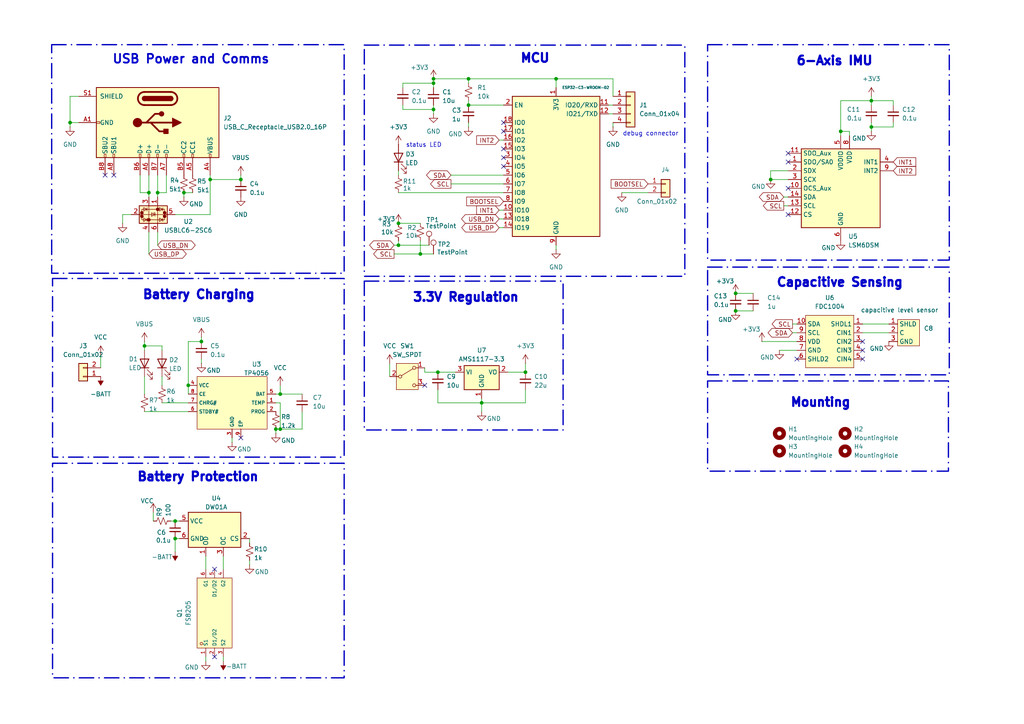
<source format=kicad_sch>
(kicad_sch (version 20231120) (generator "eeschema") (generator_version "8.0")
  (paper "A4")
  (title_block (title "Drink More Water") (date "2025-05-16") (rev "V0.1.0") (comment 1 "me to drink more water") (comment 2 "A capacitive sensor that can be affixed to a drinking glass to report to an app to remind"))
  (lib_symbols
    (symbol "Battery_Management:DW01A"
      (property "Reference" "U" (at -6.604 6.35 0))
      (property "Value" "DW01A" (at 4.318 6.604 0))
      (symbol "DW01A_0_1"
        (pin output line (at -2.54 -7.62 90) (length 2.54) (name "OD") (number "1"))
        (pin input line (at 10.16 -2.54 180) (length 2.54) (name "CS") (number "2"))
        (pin output line (at 2.54 -7.62 90) (length 2.54) (name "OC") (number "3"))
        (pin power_in line (at -10.16 2.54 0) (length 2.54) (name "VCC") (number "5"))
        (pin power_in line (at -10.16 -2.54 0) (length 2.54) (name "GND") (number "6"))
      )
      (symbol "DW01A_1_1"
        (pin no_connect line (at 10.16 2.54 180) (length 2.54) hide (name "TD") (number "4"))
      )
    )
    (symbol "Connector:TestPoint" (pin_numbers hide) (pin_names (offset 0.762) hide)
      (property "Reference" "TP" (at 0 6.858 0))
      (property "Value" "TestPoint" (at 0 5.08 0))
      (symbol "TestPoint_1_1"
        (pin passive line (at 0 0 90) (length 2.54) (name "1") (number "1"))
      )
    )
    (symbol "Connector:USB_C_Receptacle_USB2.0_16P" (pin_names (offset 1.016))
      (property "Reference" "J" (at 0 22.225 0))
      (property "Value" "USB_C_Receptacle_USB2.0_16P" (at 0 19.685 0))
      (symbol "USB_C_Receptacle_USB2.0_16P_1_1"
        (pin passive line (at 0 -22.86 90) (length 5.08) (name "GND") (number "A1"))
        (pin passive line (at 0 -22.86 90) (length 5.08) hide (name "GND") (number "A12"))
        (pin passive line (at 15.24 15.24 180) (length 5.08) (name "VBUS") (number "A4"))
        (pin bidirectional line (at 15.24 10.16 180) (length 5.08) (name "CC1") (number "A5"))
        (pin bidirectional line (at 15.24 -2.54 180) (length 5.08) (name "D+") (number "A6"))
        (pin bidirectional line (at 15.24 2.54 180) (length 5.08) (name "D-") (number "A7"))
        (pin bidirectional line (at 15.24 -12.7 180) (length 5.08) (name "SBU1") (number "A8"))
        (pin passive line (at 15.24 15.24 180) (length 5.08) hide (name "VBUS") (number "A9"))
        (pin passive line (at 0 -22.86 90) (length 5.08) hide (name "GND") (number "B1"))
        (pin passive line (at 0 -22.86 90) (length 5.08) hide (name "GND") (number "B12"))
        (pin passive line (at 15.24 15.24 180) (length 5.08) hide (name "VBUS") (number "B4"))
        (pin bidirectional line (at 15.24 7.62 180) (length 5.08) (name "CC2") (number "B5"))
        (pin bidirectional line (at 15.24 -5.08 180) (length 5.08) (name "D+") (number "B6"))
        (pin bidirectional line (at 15.24 0 180) (length 5.08) (name "D-") (number "B7"))
        (pin bidirectional line (at 15.24 -15.24 180) (length 5.08) (name "SBU2") (number "B8"))
        (pin passive line (at 15.24 15.24 180) (length 5.08) hide (name "VBUS") (number "B9"))
        (pin passive line (at -7.62 -22.86 90) (length 5.08) (name "SHIELD") (number "S1"))
      )
    )
    (symbol "Connector_Generic:Conn_01x02" (pin_names (offset 1.016) hide)
      (property "Reference" "J" (at 0 2.54 0))
      (property "Value" "Conn_01x02" (at 0 -5.08 0))
      (symbol "Conn_01x02_1_1"
        (pin passive line (at -5.08 0 0) (length 3.81) (name "Pin_1") (number "1"))
        (pin passive line (at -5.08 -2.54 0) (length 3.81) (name "Pin_2") (number "2"))
      )
    )
    (symbol "Connector_Generic:Conn_01x04" (pin_names (offset 1.016) hide)
      (property "Reference" "J" (at 0 5.08 0))
      (property "Value" "Conn_01x04" (at 0 -7.62 0))
      (symbol "Conn_01x04_1_1"
        (pin passive line (at -5.08 2.54 0) (length 3.81) (name "Pin_1") (number "1"))
        (pin passive line (at -5.08 0 0) (length 3.81) (name "Pin_2") (number "2"))
        (pin passive line (at -5.08 -2.54 0) (length 3.81) (name "Pin_3") (number "3"))
        (pin passive line (at -5.08 -5.08 0) (length 3.81) (name "Pin_4") (number "4"))
      )
    )
    (symbol "Device:C_Small" (pin_numbers hide) (pin_names (offset 0.254) hide)
      (property "Reference" "C" (at 0.254 1.778 0))
      (property "Value" "C_Small" (at 0.254 -2.032 0))
      (symbol "C_Small_1_1"
        (pin passive line (at 0 2.54 270) (length 2.032) (name "~") (number "1"))
        (pin passive line (at 0 -2.54 90) (length 2.032) (name "~") (number "2"))
      )
    )
    (symbol "Device:LED" (pin_numbers hide) (pin_names (offset 1.016) hide)
      (property "Reference" "D" (at 0 2.54 0))
      (property "Value" "LED" (at 0 -2.54 0))
      (symbol "LED_1_1"
        (pin passive line (at -3.81 0 0) (length 2.54) (name "K") (number "1"))
        (pin passive line (at 3.81 0 180) (length 2.54) (name "A") (number "2"))
      )
    )
    (symbol "Device:R_Small_US" (pin_numbers hide) (pin_names (offset 0.254) hide)
      (property "Reference" "R" (at 0.762 0.508 0))
      (property "Value" "R_Small_US" (at 0.762 -1.016 0))
      (symbol "R_Small_US_1_1"
        (pin passive line (at 0 2.54 270) (length 1.016) (name "~") (number "1"))
        (pin passive line (at 0 -2.54 90) (length 1.016) (name "~") (number "2"))
      )
    )
    (symbol "JLCPCB-Power:Battery, Li-Ion, 1.0A, TP4056"
      (property "Reference" "U" (at 0 1.27 0))
      (property "Value" "TP4056" (at 0 -2.54 0))
      (symbol "Battery, Li-Ion, 1.0A, TP4056_1_1"
        (pin unspecified line (at 12.7 0 180) (length 2.56) (name "TEMP") (number "1"))
        (pin unspecified line (at 12.7 -2.54 180) (length 2.56) (name "PROG") (number "2"))
        (pin unspecified line (at 0 -10.16 90) (length 2.56) (name "GND") (number "3"))
        (pin unspecified line (at -12.7 5.08 0) (length 2.56) (name "VCC") (number "4"))
        (pin unspecified line (at 12.7 2.54 180) (length 2.56) (name "BAT") (number "5"))
        (pin unspecified line (at -12.7 -2.54 0) (length 2.56) (name "STDBY#") (number "6"))
        (pin unspecified line (at -12.7 0 0) (length 2.56) (name "CHRG#") (number "7"))
        (pin unspecified line (at -12.7 2.54 0) (length 2.56) (name "CE") (number "8"))
        (pin unspecified line (at 2.54 -10.16 90) (length 2.56) (name "EP") (number "9"))
      )
    )
    (symbol "JLCPCB-Transistor-Packages:NMOS, 2 Channel, HJ8205"
      (property "Reference" "Q" (at 0 1.27 0))
      (property "Value" "HJ8205" (at 0 -2.54 0))
      (symbol "NMOS, 2 Channel, HJ8205_0_1"
        (pin unspecified line (at -12.7 2.54 0) (length 2.54) (name "S1") (number "1"))
        (pin unspecified line (at -12.7 0 0) (length 2.54) (name "D1/D2") (number "2"))
        (pin unspecified line (at -12.7 -2.54 0) (length 2.54) (name "S2") (number "3"))
        (pin unspecified line (at 12.7 -2.54 180) (length 2.54) (name "G2") (number "4"))
        (pin unspecified line (at 12.7 0 180) (length 2.54) (name "D1/D2") (number "5"))
        (pin unspecified line (at 12.7 2.54 180) (length 2.54) (name "G1") (number "6"))
      )
    )
    (symbol "Mechanical:MountingHole" (pin_names (offset 1.016)) (exclude_from_sim yes) (in_bom no)
      (property "Reference" "H" (at 0 5.08 0))
      (property "Value" "MountingHole" (at 0 3.175 0))
    )
    (symbol "Power_Protection:USBLC6-2SC6" (pin_names hide)
      (property "Reference" "U" (at 0.635 5.715 0))
      (property "Value" "USBLC6-2SC6" (at 0.635 3.81 0))
      (symbol "USBLC6-2SC6_1_1"
        (pin passive line (at -5.08 0 0) (length 2.54) (name "I/O1") (number "1"))
        (pin passive line (at 0 -7.62 90) (length 2.54) (name "GND") (number "2"))
        (pin passive line (at -5.08 -2.54 0) (length 2.54) (name "I/O2") (number "3"))
        (pin passive line (at 5.08 -2.54 180) (length 2.54) (name "I/O2") (number "4"))
        (pin passive line (at 0 5.08 270) (length 2.54) (name "VBUS") (number "5"))
        (pin passive line (at 5.08 0 180) (length 2.54) (name "I/O1") (number "6"))
      )
    )
    (symbol "RF_Module:ESP32-C3-WROOM-02"
      (property "Reference" "U" (at -12.192 21.336 0))
      (property "Value" "ESP32-C3-WROOM-02" (at 12.192 21.336 0))
      (symbol "ESP32-C3-WROOM-02_1_1"
        (pin power_in line (at 0 22.86 270) (length 2.54) (name "3V3") (number "1"))
        (pin bidirectional line (at -15.24 -12.7 0) (length 2.54) (name "IO10") (number "10"))
        (pin bidirectional line (at 15.24 17.78 180) (length 2.54) (name "IO20/RXD") (number "11"))
        (pin bidirectional line (at 15.24 15.24 180) (length 2.54) (name "IO21/TXD") (number "12"))
        (pin bidirectional line (at -15.24 -15.24 0) (length 2.54) (name "IO18") (number "13"))
        (pin bidirectional line (at -15.24 -17.78 0) (length 2.54) (name "IO19") (number "14"))
        (pin bidirectional line (at -15.24 5.08 0) (length 2.54) (name "IO3") (number "15"))
        (pin bidirectional line (at -15.24 7.62 0) (length 2.54) (name "IO2") (number "16"))
        (pin bidirectional line (at -15.24 10.16 0) (length 2.54) (name "IO1") (number "17"))
        (pin bidirectional line (at -15.24 12.7 0) (length 2.54) (name "IO0") (number "18"))
        (pin passive line (at 0 -22.86 90) (length 2.54) hide (name "GND") (number "19"))
        (pin input line (at -15.24 17.78 0) (length 2.54) (name "EN") (number "2"))
        (pin bidirectional line (at -15.24 2.54 0) (length 2.54) (name "IO4") (number "3"))
        (pin bidirectional line (at -15.24 0 0) (length 2.54) (name "IO5") (number "4"))
        (pin bidirectional line (at -15.24 -2.54 0) (length 2.54) (name "IO6") (number "5"))
        (pin bidirectional line (at -15.24 -5.08 0) (length 2.54) (name "IO7") (number "6"))
        (pin bidirectional line (at -15.24 -7.62 0) (length 2.54) (name "IO8") (number "7"))
        (pin bidirectional line (at -15.24 -10.16 0) (length 2.54) (name "IO9") (number "8"))
        (pin power_in line (at 0 -22.86 90) (length 2.54) (name "GND") (number "9"))
      )
    )
    (symbol "Regulator_Linear:AMS1117-3.3"
      (property "Reference" "U" (at -3.81 3.175 0))
      (property "Value" "AMS1117-3.3" (at 0 3.175 0))
      (symbol "AMS1117-3.3_1_1"
        (pin power_in line (at 0 -7.62 90) (length 2.54) (name "GND") (number "1"))
        (pin power_out line (at 7.62 0 180) (length 2.54) (name "VO") (number "2"))
        (pin power_in line (at -7.62 0 0) (length 2.54) (name "VI") (number "3"))
      )
    )
    (symbol "Sensor_Motion:LSM6DSM"
      (property "Reference" "U" (at -11.43 15.24 0))
      (property "Value" "LSM6DSM" (at -11.43 12.7 0))
      (symbol "LSM6DSM_1_1"
        (pin bidirectional line (at -15.24 7.62 0) (length 3.81) (name "SDO/SA0") (number "1"))
        (pin passive line (at -15.24 0 0) (length 3.81) (name "OCS_Aux") (number "10"))
        (pin bidirectional line (at -15.24 10.16 0) (length 3.81) (name "SDO_Aux") (number "11"))
        (pin input line (at -15.24 -7.62 0) (length 3.81) (name "CS") (number "12"))
        (pin input line (at -15.24 -5.08 0) (length 3.81) (name "SCL") (number "13"))
        (pin bidirectional line (at -15.24 -2.54 0) (length 3.81) (name "SDA") (number "14"))
        (pin bidirectional line (at -15.24 5.08 0) (length 3.81) (name "SDX") (number "2"))
        (pin input line (at -15.24 2.54 0) (length 3.81) (name "SCX") (number "3"))
        (pin output line (at 15.24 7.62 180) (length 3.81) (name "INT1") (number "4"))
        (pin power_in line (at 0 15.24 270) (length 3.81) (name "VDDIO") (number "5"))
        (pin power_in line (at 0 -15.24 90) (length 3.81) (name "GND") (number "6"))
        (pin passive line (at 0 -15.24 90) (length 3.81) hide (name "GND") (number "7"))
        (pin power_in line (at 2.54 15.24 270) (length 3.81) (name "VDD") (number "8"))
        (pin output line (at 15.24 5.08 180) (length 3.81) (name "INT2") (number "9"))
      )
    )
    (symbol "Switch:SW_SPDT" (pin_names (offset 0) hide)
      (property "Reference" "SW" (at 0 5.08 0))
      (property "Value" "SW_SPDT" (at 0 -5.08 0))
      (symbol "SW_SPDT_1_1"
        (pin passive line (at 5.08 2.54 180) (length 2.54) (name "A") (number "1"))
        (pin passive line (at -5.08 0 0) (length 2.54) (name "B") (number "2"))
        (pin passive line (at 5.08 -2.54 180) (length 2.54) (name "C") (number "3"))
      )
    )
    (symbol "custom_parts:FDC1004"
      (property "Reference" "U" (at 0 13.208 0))
      (property "Value" "FDC1004" (at 5.588 13.208 0))
      (symbol "FDC1004_1_1"
        (pin output line (at -8.89 8.89 0) (length 2.54) (name "SHDL1") (number "1"))
        (pin bidirectional line (at 10.16 8.89 180) (length 2.54) (name "SDA") (number "10"))
        (pin input line (at -8.89 6.35 0) (length 2.54) (name "CIN1") (number "2"))
        (pin input line (at -8.89 3.81 0) (length 2.54) (name "CIN2") (number "3"))
        (pin input line (at -8.89 1.27 0) (length 2.54) (name "CIN3") (number "4"))
        (pin input line (at -8.89 -1.27 0) (length 2.54) (name "CIN4") (number "5"))
        (pin output line (at 10.16 -1.27 180) (length 2.54) (name "SHLD2") (number "6"))
        (pin output line (at 10.16 1.27 180) (length 2.54) (name "GND") (number "7"))
        (pin output line (at 10.16 3.81 180) (length 2.54) (name "VDD") (number "8"))
        (pin input line (at 10.16 6.35 180) (length 2.54) (name "SCL") (number "9"))
      )
    )
    (symbol "custom_parts:capacitive_level_sensor"
      (property "Reference" "C" (at -0.508 2.286 0))
      (property "Value" "capacitive level sensor" (at 0 0 0))
      (symbol "capacitive_level_sensor_1_1"
        (pin bidirectional line (at -5.08 -2.54 0) (length 2.54) (name "SHLD") (number "1"))
        (pin bidirectional line (at -5.08 -5.08 0) (length 2.54) (name "C") (number "2"))
        (pin bidirectional line (at -5.08 -7.62 0) (length 2.54) (name "GND") (number "3"))
      )
    )
    (symbol "power:+3V3" (power) (pin_numbers hide) (pin_names (offset 0) hide)
      (property "Value" "+3V3" (at 0 3.556 0))
      (symbol "+3V3_1_1"
        (pin power_in line (at 0 0 90) (length 0) (name "~") (number "1"))
      )
    )
    (symbol "power:-BATT" (power) (pin_numbers hide) (pin_names (offset 0) hide)
      (property "Value" "-BATT" (at 0 3.556 0))
      (symbol "-BATT_1_1"
        (pin power_in line (at 0 0 90) (length 0) (name "~") (number "1"))
      )
    )
    (symbol "power:GND" (power) (pin_numbers hide) (pin_names (offset 0) hide)
      (property "Value" "GND" (at 0 -3.81 0))
      (symbol "GND_1_1"
        (pin power_in line (at 0 0 270) (length 0) (name "~") (number "1"))
      )
    )
    (symbol "power:VBUS" (power) (pin_numbers hide) (pin_names (offset 0) hide)
      (property "Value" "VBUS" (at 0 3.556 0))
      (symbol "VBUS_1_1"
        (pin power_in line (at 0 0 90) (length 0) (name "~") (number "1"))
      )
    )
  )
  (junction (at 243.84 38.1))
  (junction (at 50.8 156.21))
  (junction (at 252.73 36.83))
  (junction (at 50.8 151.13))
  (junction (at 115.57 71.12))
  (junction (at 152.4 107.95))
  (junction (at 115.57 64.77))
  (junction (at 45.72 55.88))
  (junction (at 69.85 52.07))
  (junction (at 53.34 55.88))
  (junction (at 54.61 111.76))
  (junction (at 223.52 52.07))
  (junction (at 20.32 35.56))
  (junction (at 80.01 124.46))
  (junction (at 125.73 31.75))
  (junction (at 60.96 52.07))
  (junction (at 81.28 114.3))
  (junction (at 43.18 55.88))
  (junction (at 41.91 100.33))
  (junction (at 81.28 124.46))
  (junction (at 161.29 22.86))
  (junction (at 139.7 116.84))
  (junction (at 125.73 22.86))
  (junction (at 213.36 90.17))
  (junction (at 58.42 99.06))
  (junction (at 252.73 29.21))
  (junction (at 127 107.95))
  (junction (at 121.92 73.66))
  (junction (at 213.36 85.09))
  (junction (at 125.73 24.13))
  (junction (at 135.89 22.86))
  (junction (at 135.89 30.48))
  (no_connect (at 62.23 165.1))
  (no_connect (at 228.6 46.99))
  (no_connect (at 146.05 43.18))
  (no_connect (at 231.14 104.14))
  (no_connect (at 228.6 44.45))
  (no_connect (at 123.19 111.76))
  (no_connect (at 62.23 190.5))
  (no_connect (at 250.19 99.06))
  (no_connect (at 69.85 127))
  (no_connect (at 250.19 101.6))
  (no_connect (at 228.6 62.23))
  (no_connect (at 146.05 48.26))
  (no_connect (at 30.48 50.8))
  (no_connect (at 146.05 45.72))
  (no_connect (at 250.19 104.14))
  (no_connect (at 146.05 38.1))
  (no_connect (at 228.6 54.61))
  (no_connect (at 146.05 35.56))
  (no_connect (at 33.02 50.8))
  (wire (pts (xy 29.21 102.87) (xy 29.21 106.68)))
  (wire (pts (xy 60.96 62.23) (xy 50.8 62.23)))
  (wire (pts (xy 81.28 114.3) (xy 80.01 114.3)))
  (wire (pts (xy 45.72 50.8) (xy 45.72 55.88)))
  (wire (pts (xy 127 107.95) (xy 132.08 107.95)))
  (wire (pts (xy 64.77 165.1) (xy 64.77 161.29)))
  (wire (pts (xy 115.57 64.77) (xy 121.92 64.77)))
  (wire (pts (xy 231.14 101.6) (xy 226.06 101.6)))
  (wire (pts (xy 127 116.84) (xy 139.7 116.84)))
  (wire (pts (xy 227.33 57.15) (xy 228.6 57.15)))
  (wire (pts (xy 135.89 29.21) (xy 135.89 30.48)))
  (wire (pts (xy 135.89 36.83) (xy 135.89 35.56)))
  (wire (pts (xy 231.14 99.06) (xy 220.98 99.06)))
  (wire (pts (xy 81.28 124.46) (xy 80.01 124.46)))
  (wire (pts (xy 243.84 29.21) (xy 252.73 29.21)))
  (wire (pts (xy 20.32 35.56) (xy 22.86 35.56)))
  (wire (pts (xy 227.33 59.69) (xy 228.6 59.69)))
  (wire (pts (xy 69.85 52.07) (xy 69.85 50.8)))
  (wire (pts (xy 252.73 35.56) (xy 252.73 36.83)))
  (wire (pts (xy 246.38 39.37) (xy 246.38 38.1)))
  (wire (pts (xy 50.8 151.13) (xy 52.07 151.13)))
  (wire (pts (xy 40.64 50.8) (xy 40.64 55.88)))
  (wire (pts (xy 115.57 49.53) (xy 115.57 50.8)))
  (wire (pts (xy 60.96 52.07) (xy 60.96 62.23)))
  (wire (pts (xy 223.52 49.53) (xy 223.52 52.07)))
  (wire (pts (xy 130.81 53.34) (xy 146.05 53.34)))
  (wire (pts (xy 139.7 116.84) (xy 152.4 116.84)))
  (wire (pts (xy 58.42 105.41) (xy 58.42 104.14)))
  (wire (pts (xy 53.34 57.15) (xy 53.34 55.88)))
  (wire (pts (xy 40.64 55.88) (xy 43.18 55.88)))
  (wire (pts (xy 176.53 30.48) (xy 177.8 30.48)))
  (wire (pts (xy 139.7 116.84) (xy 139.7 119.38)))
  (wire (pts (xy 125.73 22.86) (xy 125.73 24.13)))
  (wire (pts (xy 252.73 29.21) (xy 259.08 29.21)))
  (wire (pts (xy 161.29 22.86) (xy 161.29 25.4)))
  (wire (pts (xy 144.78 66.04) (xy 146.05 66.04)))
  (wire (pts (xy 259.08 30.48) (xy 259.08 29.21)))
  (wire (pts (xy 53.34 55.88) (xy 55.88 55.88)))
  (wire (pts (xy 116.84 24.13) (xy 116.84 25.4)))
  (wire (pts (xy 250.19 96.52) (xy 257.81 96.52)))
  (wire (pts (xy 116.84 31.75) (xy 125.73 31.75)))
  (wire (pts (xy 144.78 63.5) (xy 146.05 63.5)))
  (wire (pts (xy 41.91 100.33) (xy 46.99 100.33)))
  (wire (pts (xy 46.99 109.22) (xy 46.99 111.76)))
  (wire (pts (xy 125.73 24.13) (xy 125.73 25.4)))
  (wire (pts (xy 115.57 55.88) (xy 146.05 55.88)))
  (wire (pts (xy 144.78 40.64) (xy 146.05 40.64)))
  (wire (pts (xy 252.73 36.83) (xy 252.73 38.1)))
  (wire (pts (xy 243.84 38.1) (xy 243.84 39.37)))
  (wire (pts (xy 123.19 107.95) (xy 127 107.95)))
  (wire (pts (xy 252.73 27.94) (xy 252.73 29.21)))
  (wire (pts (xy 229.87 93.98) (xy 231.14 93.98)))
  (wire (pts (xy 177.8 36.83) (xy 177.8 35.56)))
  (wire (pts (xy 213.36 90.17) (xy 218.44 90.17)))
  (wire (pts (xy 121.92 69.85) (xy 121.92 73.66)))
  (wire (pts (xy 48.26 55.88) (xy 45.72 55.88)))
  (wire (pts (xy 252.73 36.83) (xy 259.08 36.83)))
  (wire (pts (xy 43.18 50.8) (xy 43.18 55.88)))
  (wire (pts (xy 54.61 111.76) (xy 54.61 114.3)))
  (wire (pts (xy 50.8 156.21) (xy 52.07 156.21)))
  (wire (pts (xy 144.78 60.96) (xy 146.05 60.96)))
  (wire (pts (xy 72.39 157.48) (xy 72.39 156.21)))
  (wire (pts (xy 139.7 116.84) (xy 139.7 115.57)))
  (wire (pts (xy 116.84 30.48) (xy 116.84 31.75)))
  (wire (pts (xy 41.91 100.33) (xy 41.91 101.6)))
  (wire (pts (xy 243.84 38.1) (xy 246.38 38.1)))
  (wire (pts (xy 58.42 97.79) (xy 58.42 99.06)))
  (wire (pts (xy 161.29 72.39) (xy 161.29 71.12)))
  (wire (pts (xy 250.19 93.98) (xy 257.81 93.98)))
  (wire (pts (xy 60.96 52.07) (xy 69.85 52.07)))
  (wire (pts (xy 152.4 116.84) (xy 152.4 113.03)))
  (wire (pts (xy 125.73 22.86) (xy 135.89 22.86)))
  (wire (pts (xy 176.53 33.02) (xy 177.8 33.02)))
  (wire (pts (xy 81.28 124.46) (xy 87.63 124.46)))
  (wire (pts (xy 44.45 148.59) (xy 44.45 151.13)))
  (wire (pts (xy 125.73 31.75) (xy 125.73 30.48)))
  (wire (pts (xy 20.32 36.83) (xy 20.32 35.56)))
  (wire (pts (xy 81.28 111.76) (xy 81.28 114.3)))
  (wire (pts (xy 115.57 71.12) (xy 114.3 71.12)))
  (wire (pts (xy 41.91 119.38) (xy 54.61 119.38)))
  (wire (pts (xy 114.3 73.66) (xy 121.92 73.66)))
  (wire (pts (xy 80.01 116.84) (xy 81.28 116.84)))
  (wire (pts (xy 228.6 49.53) (xy 223.52 49.53)))
  (wire (pts (xy 72.39 163.83) (xy 72.39 162.56)))
  (wire (pts (xy 123.19 106.68) (xy 123.19 107.95)))
  (wire (pts (xy 54.61 99.06) (xy 54.61 111.76)))
  (wire (pts (xy 43.18 73.66) (xy 43.18 67.31)))
  (wire (pts (xy 41.91 99.06) (xy 41.91 100.33)))
  (wire (pts (xy 135.89 22.86) (xy 135.89 24.13)))
  (wire (pts (xy 81.28 114.3) (xy 87.63 114.3)))
  (wire (pts (xy 252.73 29.21) (xy 252.73 30.48)))
  (wire (pts (xy 20.32 27.94) (xy 20.32 35.56)))
  (wire (pts (xy 223.52 52.07) (xy 228.6 52.07)))
  (wire (pts (xy 80.01 125.73) (xy 80.01 124.46)))
  (wire (pts (xy 64.77 191.77) (xy 64.77 190.5)))
  (wire (pts (xy 177.8 22.86) (xy 177.8 27.94)))
  (wire (pts (xy 125.73 24.13) (xy 116.84 24.13)))
  (wire (pts (xy 180.34 55.88) (xy 187.96 55.88)))
  (wire (pts (xy 67.31 128.27) (xy 67.31 127)))
  (wire (pts (xy 229.87 96.52) (xy 231.14 96.52)))
  (wire (pts (xy 121.92 73.66) (xy 125.73 73.66)))
  (wire (pts (xy 161.29 22.86) (xy 177.8 22.86)))
  (wire (pts (xy 45.72 55.88) (xy 45.72 57.15)))
  (wire (pts (xy 60.96 50.8) (xy 60.96 52.07)))
  (wire (pts (xy 213.36 85.09) (xy 218.44 85.09)))
  (wire (pts (xy 152.4 107.95) (xy 147.32 107.95)))
  (wire (pts (xy 127 113.03) (xy 127 116.84)))
  (wire (pts (xy 152.4 105.41) (xy 152.4 107.95)))
  (wire (pts (xy 59.69 191.77) (xy 59.69 190.5)))
  (wire (pts (xy 48.26 50.8) (xy 48.26 55.88)))
  (wire (pts (xy 45.72 71.12) (xy 45.72 67.31)))
  (wire (pts (xy 46.99 101.6) (xy 46.99 100.33)))
  (wire (pts (xy 243.84 29.21) (xy 243.84 38.1)))
  (wire (pts (xy 35.56 62.23) (xy 38.1 62.23)))
  (wire (pts (xy 81.28 116.84) (xy 81.28 124.46)))
  (wire (pts (xy 58.42 99.06) (xy 54.61 99.06)))
  (wire (pts (xy 35.56 64.77) (xy 35.56 62.23)))
  (wire (pts (xy 59.69 165.1) (xy 59.69 161.29)))
  (wire (pts (xy 22.86 27.94) (xy 20.32 27.94)))
  (wire (pts (xy 46.99 116.84) (xy 54.61 116.84)))
  (wire (pts (xy 124.46 71.12) (xy 115.57 71.12)))
  (wire (pts (xy 41.91 109.22) (xy 41.91 114.3)))
  (wire (pts (xy 135.89 30.48) (xy 146.05 30.48)))
  (wire (pts (xy 113.03 105.41) (xy 113.03 109.22)))
  (wire (pts (xy 125.73 33.02) (xy 125.73 31.75)))
  (wire (pts (xy 49.53 151.13) (xy 50.8 151.13)))
  (wire (pts (xy 43.18 55.88) (xy 43.18 57.15)))
  (wire (pts (xy 259.08 35.56) (xy 259.08 36.83)))
  (wire (pts (xy 87.63 124.46) (xy 87.63 119.38)))
  (wire (pts (xy 135.89 22.86) (xy 161.29 22.86)))
  (wire (pts (xy 50.8 160.02) (xy 50.8 156.21)))
  (wire (pts (xy 130.81 50.8) (xy 146.05 50.8)))
  (wire (pts (xy 115.57 69.85) (xy 115.57 71.12)))
  (rectangle (start 205.232 12.954) (end 275.336 75.438) (stroke (width 0.381) (type dash_dot)))
  (rectangle (start 105.664 81.534) (end 163.322 124.714) (stroke (width 0.381) (type dash_dot)))
  (rectangle (start 15.24 134.366) (end 99.822 196.596) (stroke (width 0.381) (type dash_dot)))
  (rectangle (start 205.232 77.47) (end 275.336 108.712) (stroke (width 0.381) (type dash_dot)))
  (rectangle (start 15.24 80.772) (end 99.822 132.588) (stroke (width 0.381) (type dash_dot)))
  (rectangle (start 105.664 13.081) (end 198.628 80.137) (stroke (width 0.381) (type dash_dot)))
  (rectangle (start 14.986 12.954) (end 99.822 79.248) (stroke (width 0.381) (type dash_dot)))
  (rectangle (start 205.232 110.49) (end 275.082 136.652) (stroke (width 0.381) (type dash_dot)))
  (text "USB Power and Comms" (at 55.372 17.272 0) (effects (font (size 2.54 2.54) (thickness 0.508) (bold yes))))
  (text "MCU" (at 155.194 17.018 0) (effects (font (size 2.54 2.54) (thickness 0.7874) (bold yes))))
  (text "Battery Charging" (at 57.658 85.598 0) (effects (font (size 2.54 2.54) (thickness 0.7874) (bold yes))))
  (text "6-Axis IMU" (at 242.062 17.78 0) (effects (font (size 2.54 2.54) (thickness 0.7874) (bold yes))))
  (text "3.3V Regulation" (at 135.128 86.36 0) (effects (font (size 2.54 2.54) (thickness 0.7874) (bold yes))))
  (text "status LED" (at 122.936 42.164 0) (effects (font (size 1.27 1.27))))
  (text "Capacitive Sensing" (at 243.586 82.042 0) (effects (font (size 2.54 2.54) (thickness 0.7874) (bold yes))))
  (text "Battery Protection" (at 57.404 138.43 0) (effects (font (size 2.54 2.54) (thickness 0.7874) (bold yes))))
  (text "debug connector" (at 188.722 38.862 0) (effects (font (size 1.27 1.27))))
  (text "Mounting" (at 237.998 116.84 0) (effects (font (size 2.54 2.54) (thickness 0.7874) (bold yes))))
  (global_label "INT1" (shape input) (at 259.08 46.99 0) (property "Intersheetrefs" "${INTERSHEET_REFS}" (effects (hide yes))))
  (global_label "USB_DN" (shape bidirectional) (at 144.78 63.5 180) (property "Intersheetrefs" "${INTERSHEET_REFS}" (effects (hide yes))))
  (global_label "SDA" (shape bidirectional) (at 130.81 50.8 180) (property "Intersheetrefs" "${INTERSHEET_REFS}" (effects (hide yes))))
  (global_label "SCL" (shape output) (at 227.33 59.69 180) (property "Intersheetrefs" "${INTERSHEET_REFS}" (effects (hide yes))))
  (global_label "USB_DP" (shape bidirectional) (at 43.18 73.66 0) (property "Intersheetrefs" "${INTERSHEET_REFS}" (effects (hide yes))))
  (global_label "BOOTSEL" (shape input) (at 187.96 53.34 180) (property "Intersheetrefs" "${INTERSHEET_REFS}" (effects (hide yes))))
  (global_label "SCL" (shape output) (at 229.87 93.98 180) (property "Intersheetrefs" "${INTERSHEET_REFS}" (effects (hide yes))))
  (global_label "SCL" (shape output) (at 130.81 53.34 180) (property "Intersheetrefs" "${INTERSHEET_REFS}" (effects (hide yes))))
  (global_label "INT1" (shape input) (at 144.78 60.96 180) (property "Intersheetrefs" "${INTERSHEET_REFS}" (effects (hide yes))))
  (global_label "USB_DN" (shape bidirectional) (at 45.72 71.12 0) (property "Intersheetrefs" "${INTERSHEET_REFS}" (effects (hide yes))))
  (global_label "SDA" (shape bidirectional) (at 229.87 96.52 180) (property "Intersheetrefs" "${INTERSHEET_REFS}" (effects (hide yes))))
  (global_label "USB_DP" (shape bidirectional) (at 144.78 66.04 180) (property "Intersheetrefs" "${INTERSHEET_REFS}" (effects (hide yes))))
  (global_label "BOOTSEL" (shape input) (at 146.05 58.42 180) (property "Intersheetrefs" "${INTERSHEET_REFS}" (effects (hide yes))))
  (global_label "INT2" (shape input) (at 144.78 40.64 180) (property "Intersheetrefs" "${INTERSHEET_REFS}" (effects (hide yes))))
  (global_label "SCL" (shape output) (at 114.3 73.66 180) (property "Intersheetrefs" "${INTERSHEET_REFS}" (effects (hide yes))))
  (global_label "SDA" (shape bidirectional) (at 227.33 57.15 180) (property "Intersheetrefs" "${INTERSHEET_REFS}" (effects (hide yes))))
  (global_label "SDA" (shape bidirectional) (at 114.3 71.12 180) (property "Intersheetrefs" "${INTERSHEET_REFS}" (effects (hide yes))))
  (global_label "INT2" (shape input) (at 259.08 49.53 0) (property "Intersheetrefs" "${INTERSHEET_REFS}" (effects (hide yes))))
  (symbol (lib_id "power:-BATT") (at 64.77 191.77 180) (unit 1)
    (property "Reference" "#PWR06" (effects (hide yes)))
    (property "Value" "-BATT" (at 68.58 193.294 0))
    (property "Description" "Power symbol creates a global label with name \"-BATT\"" (effects (hide yes)))
  )
  (symbol (lib_id "power:+3V3") (at 252.73 27.94 0) (unit 1)
    (property "Reference" "#PWR033" (effects (hide yes)))
    (property "Value" "+3V3" (at 252.73 22.86 0))
    (property "Description" "Power symbol creates a global label with name \"+3V3\"" (effects (hide yes)))
  )
  (symbol (lib_id "custom_parts:capacitive_level_sensor") (at 262.89 91.44 0) (unit 1)
    (property "Reference" "C8" (at 267.97 95.2499 0) (effects (justify left)))
    (property "Value" "capacitive level sensor" (at 249.682 89.916 0) (effects (justify left)))
    (property "Footprint" "custom_parts:level_sensor_footprint" (effects (hide yes)))
  )
  (symbol (lib_id "Device:R_Small_US") (at 115.57 53.34 0) (unit 1)
    (property "Reference" "R11" (at 116.84 52.578 0) (effects (justify left)))
    (property "Value" "1k" (at 116.84 54.61 0) (effects (justify left)))
    (property "Footprint" "Resistor_SMD:R_0402_1005Metric" (effects (hide yes)))
    (property "Description" "Resistor, small US symbol" (effects (hide yes)))
  )
  (symbol (lib_id "Switch:SW_SPDT") (at 118.11 109.22 0) (unit 1)
    (property "Reference" "SW1" (at 118.11 100.33 0))
    (property "Value" "SW_SPDT" (at 118.11 102.87 0))
    (property "Footprint" "Button_Switch_SMD:SW_SPDT_PCM12" (effects (hide yes)))
    (property "Datasheet" "https://jlcpcb.com/partdetail/ShouHan-MSK12C02/C431540" (effects (hide yes)))
    (property "Description" "Switch, single pole double throw" (effects (hide yes)))
  )
  (symbol (lib_id "Device:C_Small") (at 87.63 116.84 0) (unit 1)
    (property "Reference" "C7" (at 90.678 115.316 0) (effects (justify left)))
    (property "Value" "10u" (at 90.678 117.856 0) (effects (justify left)))
    (property "Footprint" "Capacitor_SMD:C_0805_2012Metric" (effects (hide yes)))
    (property "Description" "Unpolarized capacitor, small symbol" (effects (hide yes)))
  )
  (symbol (lib_id "Device:R_Small_US") (at 41.91 116.84 0) (unit 1)
    (property "Reference" "R7" (at 43.18 116.078 0) (effects (justify left)))
    (property "Value" "1k" (at 43.18 118.618 0) (effects (justify left)))
    (property "Footprint" "Resistor_SMD:R_0402_1005Metric" (effects (hide yes)))
    (property "Description" "Resistor, small US symbol" (effects (hide yes)))
  )
  (symbol (lib_id "JLCPCB-Transistor-Packages:NMOS, 2 Channel, HJ8205") (at 62.23 177.8 90) (unit 1)
    (property "Reference" "Q1" (at 52.07 177.8 0))
    (property "Value" "FS8205" (at 54.61 177.8 0))
    (property "Footprint" "Package_TO_SOT_SMD:SOT-23-6" (effects (hide yes)))
    (property "Datasheet" "https://wmsc.lcsc.com/wmsc/upload/file/pdf/v2/lcsc/2401111808_hongjiacheng-HJ8205_C20069150.pdf" (effects (hide yes)))
    (property "Description" "20V 4.3A 1.25W 0.3Ω@4.0V,4.3A 1V 1PCSNChannel SOT-23-6L MOSFETs ROHS" (effects (hide yes)))
    (property "LCSC" "C20069150" (effects (hide yes)))
    (property "Stock" "2802" (effects (hide yes)))
    (property "Price" "0.053USD" (effects (hide yes)))
    (property "Process" "SMT" (effects (hide yes)))
    (property "Minimum Qty" "5" (effects (hide yes)))
    (property "Attrition Qty" "4" (effects (hide yes)))
    (property "Class" "Preferred Component" (effects (hide yes)))
    (property "Category" "Triode/MOS Tube/Transistor,MOSFETs" (effects (hide yes)))
    (property "Manufacturer" "hongjiacheng" (effects (hide yes)))
    (property "Part" "HJ8205" (effects (hide yes)))
  )
  (symbol (lib_id "power:VBUS") (at 44.45 148.59 0) (unit 1)
    (property "Reference" "#PWR023" (effects (hide yes)))
    (property "Value" "VCC" (at 42.672 145.288 0))
    (property "Description" "Power symbol creates a global label with name \"VBUS\"" (effects (hide yes)))
  )
  (symbol (lib_id "Mechanical:MountingHole") (at 226.06 125.73 0) (unit 1) (exclude_from_sim yes) (in_bom no)
    (property "Reference" "H1" (at 228.6 124.4599 0) (effects (justify left)))
    (property "Value" "MountingHole" (at 228.6 126.9999 0) (effects (justify left)))
    (property "Footprint" "MountingHole:MountingHole_2.7mm_M2.5_Pad_Via" (effects (hide yes)))
    (property "Description" "Mounting Hole without connection" (effects (hide yes)))
  )
  (symbol (lib_id "Device:LED") (at 46.99 105.41 90) (unit 1)
    (property "Reference" "D2" (at 49.022 104.394 90) (effects (justify right)))
    (property "Value" "LED" (at 49.022 106.934 90) (effects (justify right)))
    (property "Footprint" "LED_SMD:LED_0603_1608Metric" (effects (hide yes)))
    (property "Description" "Light emitting diode" (effects (hide yes)))
  )
  (symbol (lib_id "power:VBUS") (at 81.28 111.76 0) (unit 1)
    (property "Reference" "#PWR019" (effects (hide yes)))
    (property "Value" "VCC" (at 81.28 106.68 0))
    (property "Description" "Power symbol creates a global label with name \"VBUS\"" (effects (hide yes)))
  )
  (symbol (lib_id "power:GND") (at 135.89 36.83 0) (unit 1)
    (property "Reference" "#PWR05" (effects (hide yes)))
    (property "Value" "GND" (at 132.08 38.862 0))
    (property "Description" "Power symbol creates a global label with name \"GND\" , ground" (effects (hide yes)))
  )
  (symbol (lib_id "power:VBUS") (at 58.42 97.79 0) (unit 1)
    (property "Reference" "#PWR014" (effects (hide yes)))
    (property "Value" "VBUS" (at 58.42 92.71 0))
    (property "Description" "Power symbol creates a global label with name \"VBUS\"" (effects (hide yes)))
  )
  (symbol (lib_id "power:VBUS") (at 69.85 50.8 0) (unit 1)
    (property "Reference" "#PWR011" (effects (hide yes)))
    (property "Value" "VBUS" (at 69.85 45.72 0))
    (property "Description" "Power symbol creates a global label with name \"VBUS\"" (effects (hide yes)))
  )
  (symbol (lib_id "power:+3V3") (at 220.98 99.06 0) (mirror y) (unit 1)
    (property "Reference" "#PWR024" (effects (hide yes)))
    (property "Value" "+3V3" (at 217.932 95.504 0))
    (property "Description" "Power symbol creates a global label with name \"+3V3\"" (effects (hide yes)))
  )
  (symbol (lib_id "power:-BATT") (at 50.8 160.02 180) (unit 1)
    (property "Reference" "#PWR07" (effects (hide yes)))
    (property "Value" "-BATT" (at 46.99 161.544 0))
    (property "Description" "Power symbol creates a global label with name \"-BATT\"" (effects (hide yes)))
  )
  (symbol (lib_id "power:GND") (at 243.84 69.85 0) (mirror y) (unit 1)
    (property "Reference" "#PWR028" (effects (hide yes)))
    (property "Value" "GND" (at 240.284 71.882 0))
    (property "Description" "Power symbol creates a global label with name \"GND\" , ground" (effects (hide yes)))
  )
  (symbol (lib_id "Power_Protection:USBLC6-2SC6") (at 45.72 62.23 270) (unit 1)
    (property "Reference" "U2" (at 54.61 64.262 90))
    (property "Value" "USBLC6-2SC6" (at 54.61 66.802 90))
    (property "Footprint" "Package_TO_SOT_SMD:SOT-23-6" (effects (hide yes)))
    (property "Datasheet" "https://www.st.com/resource/en/datasheet/usblc6-2.pdf" (effects (hide yes)))
    (property "Description" "Very low capacitance ESD protection diode, 2 data-line, SOT-23-6" (effects (hide yes)))
  )
  (symbol (lib_id "Device:C_Small") (at 135.89 33.02 0) (unit 1)
    (property "Reference" "C3" (at 131.064 32.004 0) (effects (justify left)))
    (property "Value" "1u" (at 131.064 34.544 0) (effects (justify left)))
    (property "Footprint" "Capacitor_SMD:C_0402_1005Metric" (effects (hide yes)))
    (property "Description" "Unpolarized capacitor, small symbol" (effects (hide yes)))
  )
  (symbol (lib_id "power:VBUS") (at 113.03 105.41 0) (unit 1)
    (property "Reference" "#PWR029" (effects (hide yes)))
    (property "Value" "VCC" (at 113.03 100.33 0))
    (property "Description" "Power symbol creates a global label with name \"VBUS\"" (effects (hide yes)))
  )
  (symbol (lib_id "RF_Module:ESP32-C3-WROOM-02") (at 161.29 48.26 0) (unit 1)
    (property "Reference" "U1" (effects (hide yes)))
    (property "Value" "ESP32-C3-WROOM-02" (at 163.068 25.4 0) (effects (font (size 0.762 0.762)) (justify left)))
    (property "Footprint" "RF_Module:ESP32-C3-WROOM-02" (effects (hide yes)))
    (property "Datasheet" "https://www.espressif.com/sites/default/files/documentation/esp32-c3-wroom-02_datasheet_en.pdf" (effects (hide yes)))
    (property "Description" "802.11 b/g/n Wi­Fi and Bluetooth 5 module, ESP32­C3 SoC, RISC­V microprocessor, On-board antenna" (effects (hide yes)))
  )
  (symbol (lib_id "Device:C_Small") (at 259.08 33.02 0) (unit 1)
    (property "Reference" "C12" (at 261.62 31.7562 0) (effects (justify left)))
    (property "Value" "0.1u" (at 261.62 34.2962 0) (effects (justify left)))
    (property "Footprint" "Capacitor_SMD:C_0402_1005Metric" (effects (hide yes)))
    (property "Description" "Unpolarized capacitor, small symbol" (effects (hide yes)))
  )
  (symbol (lib_id "Connector_Generic:Conn_01x02") (at 193.04 53.34 0) (unit 1)
    (property "Reference" "J4" (at 191.77 49.276 0) (effects (justify left)))
    (property "Value" "Conn_01x02" (at 184.658 58.42 0) (effects (justify left)))
    (property "Footprint" "Connector_PinHeader_2.54mm:PinHeader_1x02_P2.54mm_Vertical" (effects (hide yes)))
    (property "Description" "Generic connector, single row, 01x02, script generated (kicad-library-utils/schlib/autogen/connector/)" (effects (hide yes)))
  )
  (symbol (lib_id "power:GND") (at 72.39 163.83 0) (unit 1)
    (property "Reference" "#PWR020" (effects (hide yes)))
    (property "Value" "GND" (at 75.946 165.862 0))
    (property "Description" "Power symbol creates a global label with name \"GND\" , ground" (effects (hide yes)))
  )
  (symbol (lib_id "power:GND") (at 67.31 128.27 0) (unit 1)
    (property "Reference" "#PWR017" (effects (hide yes)))
    (property "Value" "GND" (at 70.866 130.302 0))
    (property "Description" "Power symbol creates a global label with name \"GND\" , ground" (effects (hide yes)))
  )
  (symbol (lib_id "Regulator_Linear:AMS1117-3.3") (at 139.7 107.95 0) (unit 1)
    (property "Reference" "U7" (at 139.7 101.6 0))
    (property "Value" "AMS1117-3.3" (at 139.7 104.14 0))
    (property "Footprint" "Package_TO_SOT_SMD:SOT-223-3_TabPin2" (effects (hide yes)))
    (property "Datasheet" "http://www.advanced-monolithic.com/pdf/ds1117.pdf" (effects (hide yes)))
    (property "Description" "1A Low Dropout regulator, positive, 3.3V fixed output, SOT-223" (effects (hide yes)))
  )
  (symbol (lib_id "power:+3V3") (at 115.57 64.77 0) (unit 1)
    (property "Reference" "#PWR010" (effects (hide yes)))
    (property "Value" "+3V3" (at 112.014 63.5 0))
    (property "Description" "Power symbol creates a global label with name \"+3V3\"" (effects (hide yes)))
  )
  (symbol (lib_id "power:-BATT") (at 29.21 109.22 180) (unit 1)
    (property "Reference" "#PWR037" (effects (hide yes)))
    (property "Value" "-BATT" (at 29.21 114.3 0))
    (property "Description" "Power symbol creates a global label with name \"-BATT\"" (effects (hide yes)))
  )
  (symbol (lib_id "power:VBUS") (at 29.21 102.87 0) (unit 1)
    (property "Reference" "#PWR01" (effects (hide yes)))
    (property "Value" "VCC" (at 29.21 97.79 0))
    (property "Description" "Power symbol creates a global label with name \"VBUS\"" (effects (hide yes)))
  )
  (symbol (lib_id "power:GND") (at 59.69 191.77 0) (unit 1)
    (property "Reference" "#PWR021" (effects (hide yes)))
    (property "Value" "GND" (at 55.626 193.548 0))
    (property "Description" "Power symbol creates a global label with name \"GND\" , ground" (effects (hide yes)))
  )
  (symbol (lib_id "custom_parts:FDC1004") (at 241.3 102.87 0) (mirror y) (unit 1)
    (property "Reference" "U6" (at 240.665 86.36 0))
    (property "Value" "FDC1004" (at 240.665 88.9 0))
    (property "Footprint" "Package_SO:MSOP-10_3x3mm_P0.5mm" (effects (hide yes)))
  )
  (symbol (lib_id "power:+3V3") (at 152.4 105.41 0) (unit 1)
    (property "Reference" "#PWR031" (effects (hide yes)))
    (property "Value" "+3V3" (at 152.4 100.33 0))
    (property "Description" "Power symbol creates a global label with name \"+3V3\"" (effects (hide yes)))
  )
  (symbol (lib_id "Device:C_Small") (at 50.8 153.67 0) (unit 1)
    (property "Reference" "C6" (at 45.466 154.432 0) (effects (justify left)))
    (property "Value" "0.1u" (at 45.212 156.718 0) (effects (justify left)))
    (property "Footprint" "Capacitor_SMD:C_0402_1005Metric" (effects (hide yes)))
    (property "Description" "Unpolarized capacitor, small symbol" (effects (hide yes)))
  )
  (symbol (lib_id "Device:R_Small_US") (at 53.34 53.34 0) (unit 1)
    (property "Reference" "R4" (at 49.276 52.324 0) (effects (justify left)))
    (property "Value" "5k1" (at 49.022 54.864 0) (effects (justify left)))
    (property "Footprint" "Resistor_SMD:R_0402_1005Metric" (effects (hide yes)))
    (property "Description" "Resistor, small US symbol" (effects (hide yes)))
  )
  (symbol (lib_id "Device:R_Small_US") (at 72.39 160.02 0) (unit 1)
    (property "Reference" "R10" (at 73.66 159.258 0) (effects (justify left)))
    (property "Value" "1k" (at 73.66 161.798 0) (effects (justify left)))
    (property "Footprint" "Resistor_SMD:R_0402_1005Metric" (effects (hide yes)))
    (property "Description" "Resistor, small US symbol" (effects (hide yes)))
  )
  (symbol (lib_id "power:GND") (at 226.06 101.6 0) (mirror y) (unit 1)
    (property "Reference" "#PWR025" (effects (hide yes)))
    (property "Value" "GND" (at 222.504 103.632 0))
    (property "Description" "Power symbol creates a global label with name \"GND\" , ground" (effects (hide yes)))
  )
  (symbol (lib_id "Device:C_Small") (at 116.84 27.94 0) (unit 1)
    (property "Reference" "C2" (at 119.38 26.6762 0) (effects (justify left)))
    (property "Value" "0.1u" (at 119.38 29.2162 0) (effects (justify left)))
    (property "Footprint" "Capacitor_SMD:C_0402_1005Metric" (effects (hide yes)))
    (property "Description" "Unpolarized capacitor, small symbol" (effects (hide yes)))
  )
  (symbol (lib_id "power:GND") (at 125.73 33.02 0) (unit 1)
    (property "Reference" "#PWR03" (effects (hide yes)))
    (property "Value" "GND" (at 125.73 38.1 0))
    (property "Description" "Power symbol creates a global label with name \"GND\" , ground" (effects (hide yes)))
  )
  (symbol (lib_id "power:GND") (at 139.7 119.38 0) (unit 1)
    (property "Reference" "#PWR030" (effects (hide yes)))
    (property "Value" "GND" (at 143.256 121.412 0))
    (property "Description" "Power symbol creates a global label with name \"GND\" , ground" (effects (hide yes)))
  )
  (symbol (lib_id "Device:R_Small_US") (at 121.92 67.31 0) (unit 1)
    (property "Reference" "R2" (at 118.11 66.04 0) (effects (justify left)))
    (property "Value" "10k" (at 117.602 68.326 0) (effects (justify left)))
    (property "Footprint" "Resistor_SMD:R_0402_1005Metric" (effects (hide yes)))
    (property "Description" "Resistor, small US symbol" (effects (hide yes)))
  )
  (symbol (lib_id "Connector:TestPoint") (at 125.73 73.66 0) (unit 1)
    (property "Reference" "TP2" (at 127 70.866 0) (effects (justify left)))
    (property "Value" "TestPoint" (at 126.746 73.152 0) (effects (justify left)))
    (property "Footprint" "TestPoint:TestPoint_Pad_D1.5mm" (effects (hide yes)))
    (property "Description" "test point" (effects (hide yes)))
  )
  (symbol (lib_id "Mechanical:MountingHole") (at 226.06 130.81 0) (unit 1) (exclude_from_sim yes) (in_bom no)
    (property "Reference" "H3" (at 228.6 129.5399 0) (effects (justify left)))
    (property "Value" "MountingHole" (at 228.6 132.0799 0) (effects (justify left)))
    (property "Footprint" "MountingHole:MountingHole_2.7mm_M2.5_Pad_Via" (effects (hide yes)))
    (property "Description" "Mounting Hole without connection" (effects (hide yes)))
  )
  (symbol (lib_id "Sensor_Motion:LSM6DSM") (at 243.84 54.61 0) (unit 1)
    (property "Reference" "U5" (at 246.0341 68.58 0) (effects (justify left)))
    (property "Value" "LSM6DSM" (at 246.0341 71.12 0) (effects (justify left)))
    (property "Footprint" "Package_LGA:LGA-14_3x2.5mm_P0.5mm_LayoutBorder3x4y" (effects (hide yes)))
    (property "Datasheet" "https://www.st.com/resource/en/datasheet/lsm6dsm.pdf" (effects (hide yes)))
    (property "Description" "I2C/SPI, iNEMO inertial module: always-on 3D accelerometer and 3D gyroscope, with auxiliary SPI, 1.71V to 3.6V VCC" (effects (hide yes)))
  )
  (symbol (lib_id "Device:C_Small") (at 152.4 110.49 0) (unit 1)
    (property "Reference" "C10" (at 154.94 109.2262 0) (effects (justify left)))
    (property "Value" "22u" (at 154.94 111.7662 0) (effects (justify left)))
    (property "Footprint" "Capacitor_SMD:C_0805_2012Metric" (effects (hide yes)))
    (property "Description" "Unpolarized capacitor, small symbol" (effects (hide yes)))
  )
  (symbol (lib_id "Device:R_Small_US") (at 55.88 53.34 0) (unit 1)
    (property "Reference" "R5" (at 57.15 52.578 0) (effects (justify left)))
    (property "Value" "5k1" (at 57.15 55.118 0) (effects (justify left)))
    (property "Footprint" "Resistor_SMD:R_0402_1005Metric" (effects (hide yes)))
    (property "Description" "Resistor, small US symbol" (effects (hide yes)))
  )
  (symbol (lib_id "Connector:USB_C_Receptacle_USB2.0_16P") (at 45.72 35.56 270) (unit 1)
    (property "Reference" "J2" (at 64.77 34.2899 90) (effects (justify left)))
    (property "Value" "USB_C_Receptacle_USB2.0_16P" (at 64.77 36.8299 90) (effects (justify left)))
    (property "Footprint" "Connector_USB:USB_C_Receptacle_HRO_TYPE-C-31-M-12" (effects (hide yes)))
    (property "Datasheet" "https://www.usb.org/sites/default/files/documents/usb_type-c.zip" (effects (hide yes)))
    (property "Description" "USB 2.0-only 16P Type-C Receptacle connector" (effects (hide yes)))
  )
  (symbol (lib_id "Device:R_Small_US") (at 80.01 121.92 0) (unit 1)
    (property "Reference" "R8" (at 81.534 120.904 0) (effects (justify left)))
    (property "Value" "1.2k" (at 81.534 123.444 0) (effects (justify left)))
    (property "Footprint" "Resistor_SMD:R_0402_1005Metric" (effects (hide yes)))
    (property "Description" "Resistor, small US symbol" (effects (hide yes)))
  )
  (symbol (lib_id "power:GND") (at 69.85 57.15 0) (unit 1)
    (property "Reference" "#PWR013" (effects (hide yes)))
    (property "Value" "GND" (at 69.85 62.23 0))
    (property "Description" "Power symbol creates a global label with name \"GND\" , ground" (effects (hide yes)))
  )
  (symbol (lib_id "power:GND") (at 161.29 72.39 0) (unit 1)
    (property "Reference" "#PWR04" (effects (hide yes)))
    (property "Value" "GND" (at 161.29 77.47 0))
    (property "Description" "Power symbol creates a global label with name \"GND\" , ground" (effects (hide yes)))
  )
  (symbol (lib_id "Device:C_Small") (at 127 110.49 0) (unit 1)
    (property "Reference" "C9" (at 129.54 109.2262 0) (effects (justify left)))
    (property "Value" "10u" (at 129.54 111.7662 0) (effects (justify left)))
    (property "Footprint" "Capacitor_SMD:C_0805_2012Metric" (effects (hide yes)))
    (property "Description" "Unpolarized capacitor, small symbol" (effects (hide yes)))
  )
  (symbol (lib_id "Device:C_Small") (at 218.44 87.63 0) (unit 1)
    (property "Reference" "C14" (at 222.504 86.36 0) (effects (justify left)))
    (property "Value" "1u" (at 222.504 88.9 0) (effects (justify left)))
    (property "Footprint" "Capacitor_SMD:C_0402_1005Metric" (effects (hide yes)))
    (property "Description" "Unpolarized capacitor, small symbol" (effects (hide yes)))
  )
  (symbol (lib_id "Device:C_Small") (at 213.36 87.63 0) (unit 1)
    (property "Reference" "C13" (at 207.01 85.852 0) (effects (justify left)))
    (property "Value" "0.1u" (at 207.01 88.392 0) (effects (justify left)))
    (property "Footprint" "Capacitor_SMD:C_0402_1005Metric" (effects (hide yes)))
    (property "Description" "Unpolarized capacitor, small symbol" (effects (hide yes)))
  )
  (symbol (lib_id "JLCPCB-Power:Battery, Li-Ion, 1.0A, TP4056") (at 67.31 116.84 0) (unit 1)
    (property "Reference" "U3" (at 74.422 105.664 0))
    (property "Value" "TP4056" (at 74.422 108.204 0))
    (property "Footprint" "JLCPCB:ESOP-8_L4.9-W3.9-P1.27-LS6.0-BL-EP" (effects (hide yes)))
    (property "Datasheet" "https://www.lcsc.com/datasheet/lcsc_datasheet_1809261820_TOPPOWER-Nanjing-Extension-Microelectronics-TP4056-42-ESOP8_C16581.pdf" (effects (hide yes)))
    (property "Description" "ESOP-8 Battery Management ROHS" (effects (hide yes)))
    (property "LCSC" "C16581" (effects (hide yes)))
    (property "Stock" "60879" (effects (hide yes)))
    (property "Price" "0.179USD" (effects (hide yes)))
    (property "Process" "SMT" (effects (hide yes)))
    (property "Minimum Qty" "1" (effects (hide yes)))
    (property "Attrition Qty" "0" (effects (hide yes)))
    (property "Class" "Preferred Component" (effects (hide yes)))
    (property "Category" "Power Management ICs,Battery Management ICs" (effects (hide yes)))
    (property "Manufacturer" "TOPPOWER(Nanjing Extension Microelectronics)" (effects (hide yes)))
    (property "Part" "TP4056-42-ESOP8" (effects (hide yes)))
  )
  (symbol (lib_id "power:GND") (at 177.8 36.83 0) (unit 1)
    (property "Reference" "#PWR08" (effects (hide yes)))
    (property "Value" "GND" (at 177.8 41.91 0))
    (property "Description" "Power symbol creates a global label with name \"GND\" , ground" (effects (hide yes)))
  )
  (symbol (lib_id "Device:C_Small") (at 252.73 33.02 0) (unit 1)
    (property "Reference" "C11" (at 245.618 31.75 0) (effects (justify left)))
    (property "Value" "0.1u" (at 245.618 34.29 0) (effects (justify left)))
    (property "Footprint" "Capacitor_SMD:C_0402_1005Metric" (effects (hide yes)))
    (property "Description" "Unpolarized capacitor, small symbol" (effects (hide yes)))
  )
  (symbol (lib_id "power:GND") (at 58.42 105.41 0) (unit 1)
    (property "Reference" "#PWR015" (effects (hide yes)))
    (property "Value" "GND" (at 61.976 107.442 0))
    (property "Description" "Power symbol creates a global label with name \"GND\" , ground" (effects (hide yes)))
  )
  (symbol (lib_id "power:GND") (at 80.01 125.73 0) (unit 1)
    (property "Reference" "#PWR018" (effects (hide yes)))
    (property "Value" "GND" (at 83.566 127.762 0))
    (property "Description" "Power symbol creates a global label with name \"GND\" , ground" (effects (hide yes)))
  )
  (symbol (lib_id "Connector:TestPoint") (at 124.46 71.12 0) (unit 1)
    (property "Reference" "TP1" (at 123.698 63.754 0) (effects (justify left)))
    (property "Value" "TestPoint" (at 123.444 65.532 0) (effects (justify left)))
    (property "Footprint" "TestPoint:TestPoint_Pad_D1.5mm" (effects (hide yes)))
    (property "Description" "test point" (effects (hide yes)))
  )
  (symbol (lib_id "Connector_Generic:Conn_01x02") (at 24.13 109.22 180) (unit 1)
    (property "Reference" "J3" (at 24.13 100.33 0))
    (property "Value" "Conn_01x02" (at 24.13 102.87 0))
    (property "Footprint" "Connector_JST:JST_GH_SM02B-GHS-TB_1x02-1MP_P1.25mm_Horizontal" (effects (hide yes)))
    (property "Description" "Generic connector, single row, 01x02, script generated (kicad-library-utils/schlib/autogen/connector/)" (effects (hide yes)))
  )
  (symbol (lib_id "Device:R_Small_US") (at 46.99 114.3 0) (unit 1)
    (property "Reference" "R6" (at 48.26 113.538 0) (effects (justify left)))
    (property "Value" "1k" (at 48.26 116.078 0) (effects (justify left)))
    (property "Footprint" "Resistor_SMD:R_0402_1005Metric" (effects (hide yes)))
    (property "Description" "Resistor, small US symbol" (effects (hide yes)))
  )
  (symbol (lib_id "power:GND") (at 20.32 36.83 0) (unit 1)
    (property "Reference" "#PWR09" (effects (hide yes)))
    (property "Value" "GND" (at 20.32 41.91 0))
    (property "Description" "Power symbol creates a global label with name \"GND\" , ground" (effects (hide yes)))
  )
  (symbol (lib_id "Device:C_Small") (at 58.42 101.6 0) (unit 1)
    (property "Reference" "C5" (at 60.96 100.33 0) (effects (justify left)))
    (property "Value" "0.1u" (at 60.96 102.87 0) (effects (justify left)))
    (property "Footprint" "Capacitor_SMD:C_0402_1005Metric" (effects (hide yes)))
    (property "Description" "Unpolarized capacitor, small symbol" (effects (hide yes)))
  )
  (symbol (lib_id "Device:C_Small") (at 125.73 27.94 0) (unit 1)
    (property "Reference" "C1" (at 128.27 26.6762 0) (effects (justify left)))
    (property "Value" "10u" (at 128.27 29.2162 0) (effects (justify left)))
    (property "Footprint" "Capacitor_SMD:C_0805_2012Metric" (effects (hide yes)))
    (property "Description" "Unpolarized capacitor, small symbol" (effects (hide yes)))
  )
  (symbol (lib_id "power:GND") (at 35.56 64.77 0) (unit 1)
    (property "Reference" "#PWR036" (effects (hide yes)))
    (property "Value" "GND" (at 35.56 69.85 0))
    (property "Description" "Power symbol creates a global label with name \"GND\" , ground" (effects (hide yes)))
  )
  (symbol (lib_id "power:+3V3") (at 115.57 41.91 0) (unit 1)
    (property "Reference" "#PWR035" (effects (hide yes)))
    (property "Value" "+3V3" (at 115.57 36.83 0))
    (property "Description" "Power symbol creates a global label with name \"+3V3\"" (effects (hide yes)))
  )
  (symbol (lib_id "power:GND") (at 223.52 52.07 0) (mirror y) (unit 1)
    (property "Reference" "#PWR034" (effects (hide yes)))
    (property "Value" "GND" (at 219.964 54.102 0))
    (property "Description" "Power symbol creates a global label with name \"GND\" , ground" (effects (hide yes)))
  )
  (symbol (lib_id "Device:R_Small_US") (at 115.57 67.31 0) (unit 1)
    (property "Reference" "R3" (at 110.744 65.024 0) (effects (justify left)))
    (property "Value" "10k" (at 110.49 67.31 0) (effects (justify left)))
    (property "Footprint" "Resistor_SMD:R_0402_1005Metric" (effects (hide yes)))
    (property "Description" "Resistor, small US symbol" (effects (hide yes)))
  )
  (symbol (lib_id "power:GND") (at 252.73 38.1 0) (mirror y) (unit 1)
    (property "Reference" "#PWR032" (effects (hide yes)))
    (property "Value" "GND" (at 249.174 40.132 0))
    (property "Description" "Power symbol creates a global label with name \"GND\" , ground" (effects (hide yes)))
  )
  (symbol (lib_id "power:+3V3") (at 125.73 22.86 0) (unit 1)
    (property "Reference" "#PWR02" (effects (hide yes)))
    (property "Value" "+3V3" (at 121.666 19.558 0))
    (property "Description" "Power symbol creates a global label with name \"+3V3\"" (effects (hide yes)))
  )
  (symbol (lib_id "Mechanical:MountingHole") (at 245.11 130.81 0) (unit 1) (exclude_from_sim yes) (in_bom no)
    (property "Reference" "H4" (at 247.65 129.5399 0) (effects (justify left)))
    (property "Value" "MountingHole" (at 247.65 132.0799 0) (effects (justify left)))
    (property "Footprint" "MountingHole:MountingHole_2.7mm_M2.5_Pad_Via" (effects (hide yes)))
    (property "Description" "Mounting Hole without connection" (effects (hide yes)))
  )
  (symbol (lib_id "Connector_Generic:Conn_01x04") (at 182.88 30.48 0) (unit 1)
    (property "Reference" "J1" (at 185.42 30.4799 0) (effects (justify left)))
    (property "Value" "Conn_01x04" (at 185.42 33.0199 0) (effects (justify left)))
    (property "Footprint" "Connector_JST:JST_GH_BM04B-GHS-TBT_1x04-1MP_P1.25mm_Vertical" (effects (hide yes)))
    (property "Description" "Generic connector, single row, 01x04, script generated (kicad-library-utils/schlib/autogen/connector/)" (effects (hide yes)))
  )
  (symbol (lib_id "power:VBUS") (at 41.91 99.06 0) (unit 1)
    (property "Reference" "#PWR016" (effects (hide yes)))
    (property "Value" "VBUS" (at 41.91 93.98 0))
    (property "Description" "Power symbol creates a global label with name \"VBUS\"" (effects (hide yes)))
  )
  (symbol (lib_id "power:+3V3") (at 213.36 85.09 0) (mirror y) (unit 1)
    (property "Reference" "#PWR027" (effects (hide yes)))
    (property "Value" "+3V3" (at 210.312 81.534 0))
    (property "Description" "Power symbol creates a global label with name \"+3V3\"" (effects (hide yes)))
  )
  (symbol (lib_id "power:GND") (at 53.34 57.15 0) (unit 1)
    (property "Reference" "#PWR012" (effects (hide yes)))
    (property "Value" "GND" (at 56.896 59.182 0))
    (property "Description" "Power symbol creates a global label with name \"GND\" , ground" (effects (hide yes)))
  )
  (symbol (lib_id "Device:LED") (at 115.57 45.72 90) (unit 1)
    (property "Reference" "D3" (at 117.602 44.704 90) (effects (justify right)))
    (property "Value" "LED" (at 117.602 47.244 90) (effects (justify right)))
    (property "Footprint" "LED_SMD:LED_0603_1608Metric" (effects (hide yes)))
    (property "Description" "Light emitting diode" (effects (hide yes)))
  )
  (symbol (lib_id "Device:C_Small") (at 69.85 54.61 0) (unit 1)
    (property "Reference" "C4" (at 72.39 53.3462 0) (effects (justify left)))
    (property "Value" "0.1u" (at 72.39 55.8862 0) (effects (justify left)))
    (property "Footprint" "Capacitor_SMD:C_0402_1005Metric" (effects (hide yes)))
    (property "Description" "Unpolarized capacitor, small symbol" (effects (hide yes)))
  )
  (symbol (lib_id "power:GND") (at 257.81 99.06 0) (mirror y) (unit 1)
    (property "Reference" "#PWR026" (effects (hide yes)))
    (property "Value" "GND" (at 254.254 101.092 0))
    (property "Description" "Power symbol creates a global label with name \"GND\" , ground" (effects (hide yes)))
  )
  (symbol (lib_id "Device:R_Small_US") (at 46.99 151.13 90) (unit 1)
    (property "Reference" "R9" (at 46.228 149.86 0) (effects (justify left)))
    (property "Value" "100" (at 48.768 149.86 0) (effects (justify left)))
    (property "Footprint" "Resistor_SMD:R_0402_1005Metric" (effects (hide yes)))
    (property "Description" "Resistor, small US symbol" (effects (hide yes)))
  )
  (symbol (lib_id "Battery_Management:DW01A") (at 62.23 153.67 0) (unit 1)
    (property "Reference" "U4" (at 62.738 144.526 0))
    (property "Value" "DW01A" (at 62.738 147.066 0))
    (property "Footprint" "Package_TO_SOT_SMD:SOT-23-6" (effects (hide yes)))
    (property "Datasheet" "https://hmsemi.com/downfile/DW01A.PDF" (effects (hide yes)))
    (property "Description" "Overcharge, overcurrent and overdischarge protection IC for single cell lithium-ion/polymer battery" (effects (hide yes)))
  )
  (symbol (lib_id "Device:R_Small_US") (at 135.89 26.67 0) (unit 1)
    (property "Reference" "R1" (at 138.43 25.3999 0) (effects (justify left)))
    (property "Value" "10k" (at 138.43 27.9399 0) (effects (justify left)))
    (property "Footprint" "Resistor_SMD:R_0402_1005Metric" (effects (hide yes)))
    (property "Description" "Resistor, small US symbol" (effects (hide yes)))
  )
  (symbol (lib_id "power:GND") (at 180.34 55.88 0) (unit 1)
    (property "Reference" "#PWR038" (effects (hide yes)))
    (property "Value" "GND" (at 180.34 60.96 0))
    (property "Description" "Power symbol creates a global label with name \"GND\" , ground" (effects (hide yes)))
  )
  (symbol (lib_id "Mechanical:MountingHole") (at 245.11 125.73 0) (unit 1) (exclude_from_sim yes) (in_bom no)
    (property "Reference" "H2" (at 247.65 124.4599 0) (effects (justify left)))
    (property "Value" "MountingHole" (at 247.65 126.9999 0) (effects (justify left)))
    (property "Footprint" "MountingHole:MountingHole_2.7mm_M2.5_Pad_Via" (effects (hide yes)))
    (property "Description" "Mounting Hole without connection" (effects (hide yes)))
  )
  (symbol (lib_id "Device:LED") (at 41.91 105.41 90) (unit 1)
    (property "Reference" "D1" (at 37.338 104.14 90) (effects (justify right)))
    (property "Value" "LED" (at 37.338 106.68 90) (effects (justify right)))
    (property "Footprint" "LED_SMD:LED_0603_1608Metric" (effects (hide yes)))
    (property "Description" "Light emitting diode" (effects (hide yes)))
  )
  (symbol (lib_id "power:GND") (at 213.36 90.17 0) (mirror y) (unit 1)
    (property "Reference" "#PWR022" (effects (hide yes)))
    (property "Value" "GND" (at 210.312 92.71 0))
    (property "Description" "Power symbol creates a global label with name \"GND\" , ground" (effects (hide yes)))
  )
)
</source>
